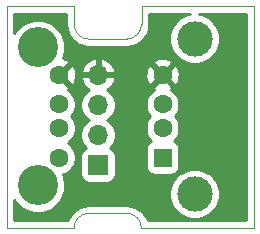
<source format=gbr>
G04 #@! TF.GenerationSoftware,KiCad,Pcbnew,(5.1.5)-3*
G04 #@! TF.CreationDate,2023-08-31T22:46:46+02:00*
G04 #@! TF.ProjectId,usb-trace-adapter,7573622d-7472-4616-9365-2d6164617074,A*
G04 #@! TF.SameCoordinates,PX57b03e0PY53d00e0*
G04 #@! TF.FileFunction,Copper,L2,Bot*
G04 #@! TF.FilePolarity,Positive*
%FSLAX46Y46*%
G04 Gerber Fmt 4.6, Leading zero omitted, Abs format (unit mm)*
G04 Created by KiCad (PCBNEW (5.1.5)-3) date 2023-08-31 22:46:46*
%MOMM*%
%LPD*%
G04 APERTURE LIST*
%ADD10C,0.050000*%
%ADD11C,1.600000*%
%ADD12R,1.600000X1.600000*%
%ADD13C,3.000000*%
%ADD14O,1.700000X1.700000*%
%ADD15R,1.700000X1.700000*%
%ADD16C,3.400000*%
%ADD17C,0.254000*%
G04 APERTURE END LIST*
D10*
X11430000Y0D02*
X20955000Y0D01*
X6985000Y1270000D02*
X10160000Y1270000D01*
X10160000Y1270000D02*
G75*
G02X11430000Y0I0J-1270000D01*
G01*
X5715000Y0D02*
G75*
G02X6985000Y1270000I1270000J0D01*
G01*
X11430000Y18796000D02*
X20955000Y18796000D01*
X11430000Y17272000D02*
X11430000Y18796000D01*
X5715000Y17272000D02*
X5715000Y18796000D01*
X10160000Y16002000D02*
X6985000Y16002000D01*
X11430000Y17272000D02*
G75*
G02X10160000Y16002000I-1270000J0D01*
G01*
X6985000Y16002000D02*
G75*
G02X5715000Y17272000I0J1270000D01*
G01*
X0Y18796000D02*
X0Y0D01*
X5715000Y18796000D02*
X0Y18796000D01*
X20955000Y0D02*
X20955000Y18796000D01*
X0Y0D02*
X5715000Y0D01*
D11*
X13208000Y12969000D03*
X13208000Y10469000D03*
X13208000Y8469000D03*
D12*
X13208000Y5969000D03*
D13*
X15918000Y2899000D03*
X15918000Y16039000D03*
D14*
X7747000Y12969000D03*
X7747000Y10429000D03*
X7747000Y7889000D03*
D15*
X7747000Y5349000D03*
D16*
X2656000Y15319000D03*
X2656000Y3619000D03*
D11*
X4456000Y12969000D03*
X4456000Y10469000D03*
X4456000Y8469000D03*
X4456000Y5969000D03*
D17*
G36*
X5055000Y17239582D02*
G01*
X5057802Y17211136D01*
X5057747Y17203318D01*
X5058646Y17194147D01*
X5084554Y16947643D01*
X5096589Y16889014D01*
X5107792Y16830284D01*
X5110456Y16821462D01*
X5183751Y16584686D01*
X5206931Y16529543D01*
X5229339Y16474080D01*
X5233665Y16465946D01*
X5233667Y16465941D01*
X5233670Y16465936D01*
X5351553Y16247914D01*
X5384988Y16198346D01*
X5417759Y16148265D01*
X5423584Y16141124D01*
X5581577Y15950144D01*
X5624012Y15908005D01*
X5665875Y15865255D01*
X5672976Y15859382D01*
X5865053Y15702727D01*
X5914875Y15669626D01*
X5964237Y15635827D01*
X5972343Y15631444D01*
X6191191Y15515081D01*
X6246479Y15492293D01*
X6301475Y15468721D01*
X6310278Y15465997D01*
X6547559Y15394357D01*
X6606246Y15382736D01*
X6664752Y15370300D01*
X6673915Y15369337D01*
X6673917Y15369337D01*
X6920595Y15345150D01*
X6920598Y15345150D01*
X6952581Y15342000D01*
X10192419Y15342000D01*
X10220865Y15344802D01*
X10228682Y15344747D01*
X10237853Y15345646D01*
X10484357Y15371554D01*
X10542986Y15383589D01*
X10601716Y15394792D01*
X10610532Y15397454D01*
X10610536Y15397455D01*
X10610539Y15397456D01*
X10847314Y15470751D01*
X10902457Y15493931D01*
X10957920Y15516339D01*
X10966054Y15520665D01*
X10966059Y15520667D01*
X10966064Y15520670D01*
X11184086Y15638553D01*
X11233654Y15671988D01*
X11283735Y15704759D01*
X11290876Y15710584D01*
X11481856Y15868577D01*
X11523995Y15911012D01*
X11566745Y15952875D01*
X11572618Y15959976D01*
X11729273Y16152053D01*
X11762374Y16201875D01*
X11796173Y16251237D01*
X11800556Y16259343D01*
X11916919Y16478191D01*
X11939707Y16533479D01*
X11963279Y16588475D01*
X11966003Y16597278D01*
X12037643Y16834559D01*
X12049264Y16893246D01*
X12061700Y16951752D01*
X12062663Y16960917D01*
X12086850Y17207595D01*
X12086850Y17207598D01*
X12090000Y17239581D01*
X12090000Y18136000D01*
X15516683Y18136000D01*
X15295244Y18091953D01*
X14906698Y17931012D01*
X14557017Y17697363D01*
X14259637Y17399983D01*
X14025988Y17050302D01*
X13865047Y16661756D01*
X13783000Y16249279D01*
X13783000Y15828721D01*
X13865047Y15416244D01*
X14025988Y15027698D01*
X14259637Y14678017D01*
X14557017Y14380637D01*
X14906698Y14146988D01*
X15295244Y13986047D01*
X15707721Y13904000D01*
X16128279Y13904000D01*
X16540756Y13986047D01*
X16929302Y14146988D01*
X17278983Y14380637D01*
X17576363Y14678017D01*
X17810012Y15027698D01*
X17970953Y15416244D01*
X18053000Y15828721D01*
X18053000Y16249279D01*
X17970953Y16661756D01*
X17810012Y17050302D01*
X17576363Y17399983D01*
X17278983Y17697363D01*
X16929302Y17931012D01*
X16540756Y18091953D01*
X16319317Y18136000D01*
X20295001Y18136000D01*
X20295000Y660000D01*
X11969704Y660000D01*
X11961249Y687314D01*
X11938074Y742445D01*
X11915661Y797920D01*
X11911334Y806056D01*
X11793446Y1024086D01*
X11760012Y1073654D01*
X11727240Y1123735D01*
X11721416Y1130876D01*
X11563423Y1321856D01*
X11520988Y1363995D01*
X11479125Y1406745D01*
X11472024Y1412619D01*
X11279946Y1569273D01*
X11230169Y1602345D01*
X11180763Y1636174D01*
X11172657Y1640556D01*
X10953809Y1756919D01*
X10898532Y1779702D01*
X10843525Y1803279D01*
X10834722Y1806003D01*
X10597441Y1877643D01*
X10538754Y1889264D01*
X10480248Y1901700D01*
X10471085Y1902663D01*
X10471083Y1902663D01*
X10224405Y1926850D01*
X10224402Y1926850D01*
X10192419Y1930000D01*
X6952581Y1930000D01*
X6924135Y1927198D01*
X6916318Y1927253D01*
X6907147Y1926354D01*
X6660644Y1900446D01*
X6602028Y1888414D01*
X6543284Y1877208D01*
X6534462Y1874544D01*
X6297686Y1801249D01*
X6242555Y1778074D01*
X6187080Y1755661D01*
X6178944Y1751334D01*
X5960914Y1633446D01*
X5911346Y1600012D01*
X5861265Y1567240D01*
X5854124Y1561416D01*
X5663144Y1403423D01*
X5621005Y1360988D01*
X5578255Y1319125D01*
X5572381Y1312024D01*
X5415727Y1119946D01*
X5382655Y1070169D01*
X5348826Y1020763D01*
X5344444Y1012657D01*
X5228081Y793809D01*
X5205298Y738532D01*
X5181721Y683525D01*
X5178997Y674722D01*
X5174552Y660000D01*
X660000Y660000D01*
X660000Y2403336D01*
X842287Y2130524D01*
X1167524Y1805287D01*
X1549963Y1549750D01*
X1974906Y1373733D01*
X2426023Y1284000D01*
X2885977Y1284000D01*
X3337094Y1373733D01*
X3762037Y1549750D01*
X4144476Y1805287D01*
X4469713Y2130524D01*
X4725250Y2512963D01*
X4901267Y2937906D01*
X4935355Y3109279D01*
X13783000Y3109279D01*
X13783000Y2688721D01*
X13865047Y2276244D01*
X14025988Y1887698D01*
X14259637Y1538017D01*
X14557017Y1240637D01*
X14906698Y1006988D01*
X15295244Y846047D01*
X15707721Y764000D01*
X16128279Y764000D01*
X16540756Y846047D01*
X16929302Y1006988D01*
X17278983Y1240637D01*
X17576363Y1538017D01*
X17810012Y1887698D01*
X17970953Y2276244D01*
X18053000Y2688721D01*
X18053000Y3109279D01*
X17970953Y3521756D01*
X17810012Y3910302D01*
X17576363Y4259983D01*
X17278983Y4557363D01*
X16929302Y4791012D01*
X16540756Y4951953D01*
X16128279Y5034000D01*
X15707721Y5034000D01*
X15295244Y4951953D01*
X14906698Y4791012D01*
X14557017Y4557363D01*
X14259637Y4259983D01*
X14025988Y3910302D01*
X13865047Y3521756D01*
X13783000Y3109279D01*
X4935355Y3109279D01*
X4991000Y3389023D01*
X4991000Y3848977D01*
X4901267Y4300094D01*
X4788620Y4572049D01*
X4874574Y4589147D01*
X5135727Y4697320D01*
X5370759Y4854363D01*
X5570637Y5054241D01*
X5727680Y5289273D01*
X5835853Y5550426D01*
X5891000Y5827665D01*
X5891000Y6110335D01*
X5873364Y6199000D01*
X6258928Y6199000D01*
X6258928Y4499000D01*
X6271188Y4374518D01*
X6307498Y4254820D01*
X6366463Y4144506D01*
X6445815Y4047815D01*
X6542506Y3968463D01*
X6652820Y3909498D01*
X6772518Y3873188D01*
X6897000Y3860928D01*
X8597000Y3860928D01*
X8721482Y3873188D01*
X8841180Y3909498D01*
X8951494Y3968463D01*
X9048185Y4047815D01*
X9127537Y4144506D01*
X9186502Y4254820D01*
X9222812Y4374518D01*
X9235072Y4499000D01*
X9235072Y6199000D01*
X9222812Y6323482D01*
X9186502Y6443180D01*
X9127537Y6553494D01*
X9048185Y6650185D01*
X8951494Y6729537D01*
X8877666Y6769000D01*
X11769928Y6769000D01*
X11769928Y5169000D01*
X11782188Y5044518D01*
X11818498Y4924820D01*
X11877463Y4814506D01*
X11956815Y4717815D01*
X12053506Y4638463D01*
X12163820Y4579498D01*
X12283518Y4543188D01*
X12408000Y4530928D01*
X14008000Y4530928D01*
X14132482Y4543188D01*
X14252180Y4579498D01*
X14362494Y4638463D01*
X14459185Y4717815D01*
X14538537Y4814506D01*
X14597502Y4924820D01*
X14633812Y5044518D01*
X14646072Y5169000D01*
X14646072Y6769000D01*
X14633812Y6893482D01*
X14597502Y7013180D01*
X14538537Y7123494D01*
X14459185Y7220185D01*
X14362494Y7299537D01*
X14252180Y7358502D01*
X14156057Y7387661D01*
X14322637Y7554241D01*
X14479680Y7789273D01*
X14587853Y8050426D01*
X14643000Y8327665D01*
X14643000Y8610335D01*
X14587853Y8887574D01*
X14479680Y9148727D01*
X14322637Y9383759D01*
X14237396Y9469000D01*
X14322637Y9554241D01*
X14479680Y9789273D01*
X14587853Y10050426D01*
X14643000Y10327665D01*
X14643000Y10610335D01*
X14587853Y10887574D01*
X14479680Y11148727D01*
X14322637Y11383759D01*
X14122759Y11583637D01*
X13922131Y11717692D01*
X13949514Y11732329D01*
X14021097Y11976298D01*
X13208000Y12789395D01*
X12394903Y11976298D01*
X12466486Y11732329D01*
X12495341Y11718676D01*
X12293241Y11583637D01*
X12093363Y11383759D01*
X11936320Y11148727D01*
X11828147Y10887574D01*
X11773000Y10610335D01*
X11773000Y10327665D01*
X11828147Y10050426D01*
X11936320Y9789273D01*
X12093363Y9554241D01*
X12178604Y9469000D01*
X12093363Y9383759D01*
X11936320Y9148727D01*
X11828147Y8887574D01*
X11773000Y8610335D01*
X11773000Y8327665D01*
X11828147Y8050426D01*
X11936320Y7789273D01*
X12093363Y7554241D01*
X12259943Y7387661D01*
X12163820Y7358502D01*
X12053506Y7299537D01*
X11956815Y7220185D01*
X11877463Y7123494D01*
X11818498Y7013180D01*
X11782188Y6893482D01*
X11769928Y6769000D01*
X8877666Y6769000D01*
X8841180Y6788502D01*
X8768620Y6810513D01*
X8900475Y6942368D01*
X9062990Y7185589D01*
X9174932Y7455842D01*
X9232000Y7742740D01*
X9232000Y8035260D01*
X9174932Y8322158D01*
X9062990Y8592411D01*
X8900475Y8835632D01*
X8693632Y9042475D01*
X8519240Y9159000D01*
X8693632Y9275525D01*
X8900475Y9482368D01*
X9062990Y9725589D01*
X9174932Y9995842D01*
X9232000Y10282740D01*
X9232000Y10575260D01*
X9174932Y10862158D01*
X9062990Y11132411D01*
X8900475Y11375632D01*
X8693632Y11582475D01*
X8511466Y11704195D01*
X8628355Y11773822D01*
X8844588Y11968731D01*
X9018641Y12202080D01*
X9143825Y12464901D01*
X9188476Y12612110D01*
X9067155Y12842000D01*
X7874000Y12842000D01*
X7874000Y12822000D01*
X7620000Y12822000D01*
X7620000Y12842000D01*
X6426845Y12842000D01*
X6305524Y12612110D01*
X6350175Y12464901D01*
X6475359Y12202080D01*
X6649412Y11968731D01*
X6865645Y11773822D01*
X6982534Y11704195D01*
X6800368Y11582475D01*
X6593525Y11375632D01*
X6431010Y11132411D01*
X6319068Y10862158D01*
X6262000Y10575260D01*
X6262000Y10282740D01*
X6319068Y9995842D01*
X6431010Y9725589D01*
X6593525Y9482368D01*
X6800368Y9275525D01*
X6974760Y9159000D01*
X6800368Y9042475D01*
X6593525Y8835632D01*
X6431010Y8592411D01*
X6319068Y8322158D01*
X6262000Y8035260D01*
X6262000Y7742740D01*
X6319068Y7455842D01*
X6431010Y7185589D01*
X6593525Y6942368D01*
X6725380Y6810513D01*
X6652820Y6788502D01*
X6542506Y6729537D01*
X6445815Y6650185D01*
X6366463Y6553494D01*
X6307498Y6443180D01*
X6271188Y6323482D01*
X6258928Y6199000D01*
X5873364Y6199000D01*
X5835853Y6387574D01*
X5727680Y6648727D01*
X5570637Y6883759D01*
X5370759Y7083637D01*
X5168173Y7219000D01*
X5370759Y7354363D01*
X5570637Y7554241D01*
X5727680Y7789273D01*
X5835853Y8050426D01*
X5891000Y8327665D01*
X5891000Y8610335D01*
X5835853Y8887574D01*
X5727680Y9148727D01*
X5570637Y9383759D01*
X5485396Y9469000D01*
X5570637Y9554241D01*
X5727680Y9789273D01*
X5835853Y10050426D01*
X5891000Y10327665D01*
X5891000Y10610335D01*
X5835853Y10887574D01*
X5727680Y11148727D01*
X5570637Y11383759D01*
X5370759Y11583637D01*
X5170131Y11717692D01*
X5197514Y11732329D01*
X5269097Y11976298D01*
X4456000Y12789395D01*
X4441858Y12775252D01*
X4262253Y12954857D01*
X4276395Y12969000D01*
X4635605Y12969000D01*
X5448702Y12155903D01*
X5692671Y12227486D01*
X5813571Y12482996D01*
X5882300Y12757184D01*
X5889265Y12898488D01*
X11767783Y12898488D01*
X11809213Y12618870D01*
X11904397Y12352708D01*
X11971329Y12227486D01*
X12215298Y12155903D01*
X13028395Y12969000D01*
X13387605Y12969000D01*
X14200702Y12155903D01*
X14444671Y12227486D01*
X14565571Y12482996D01*
X14634300Y12757184D01*
X14648217Y13039512D01*
X14606787Y13319130D01*
X14511603Y13585292D01*
X14444671Y13710514D01*
X14200702Y13782097D01*
X13387605Y12969000D01*
X13028395Y12969000D01*
X12215298Y13782097D01*
X11971329Y13710514D01*
X11850429Y13455004D01*
X11781700Y13180816D01*
X11767783Y12898488D01*
X5889265Y12898488D01*
X5896217Y13039512D01*
X5854787Y13319130D01*
X5852370Y13325890D01*
X6305524Y13325890D01*
X6426845Y13096000D01*
X7620000Y13096000D01*
X7620000Y14289814D01*
X7874000Y14289814D01*
X7874000Y13096000D01*
X9067155Y13096000D01*
X9188476Y13325890D01*
X9143825Y13473099D01*
X9018641Y13735920D01*
X8850233Y13961702D01*
X12394903Y13961702D01*
X13208000Y13148605D01*
X14021097Y13961702D01*
X13949514Y14205671D01*
X13694004Y14326571D01*
X13419816Y14395300D01*
X13137488Y14409217D01*
X12857870Y14367787D01*
X12591708Y14272603D01*
X12466486Y14205671D01*
X12394903Y13961702D01*
X8850233Y13961702D01*
X8844588Y13969269D01*
X8628355Y14164178D01*
X8378252Y14313157D01*
X8103891Y14410481D01*
X7874000Y14289814D01*
X7620000Y14289814D01*
X7390109Y14410481D01*
X7115748Y14313157D01*
X6865645Y14164178D01*
X6649412Y13969269D01*
X6475359Y13735920D01*
X6350175Y13473099D01*
X6305524Y13325890D01*
X5852370Y13325890D01*
X5759603Y13585292D01*
X5692671Y13710514D01*
X5448702Y13782097D01*
X4635605Y12969000D01*
X4276395Y12969000D01*
X4262253Y12983142D01*
X4441858Y13162747D01*
X4456000Y13148605D01*
X5269097Y13961702D01*
X5197514Y14205671D01*
X4942004Y14326571D01*
X4788270Y14365107D01*
X4901267Y14637906D01*
X4991000Y15089023D01*
X4991000Y15548977D01*
X4901267Y16000094D01*
X4725250Y16425037D01*
X4469713Y16807476D01*
X4144476Y17132713D01*
X3762037Y17388250D01*
X3337094Y17564267D01*
X2885977Y17654000D01*
X2426023Y17654000D01*
X1974906Y17564267D01*
X1549963Y17388250D01*
X1167524Y17132713D01*
X842287Y16807476D01*
X660000Y16534664D01*
X660000Y18136000D01*
X5055001Y18136000D01*
X5055000Y17239582D01*
G37*
X5055000Y17239582D02*
X5057802Y17211136D01*
X5057747Y17203318D01*
X5058646Y17194147D01*
X5084554Y16947643D01*
X5096589Y16889014D01*
X5107792Y16830284D01*
X5110456Y16821462D01*
X5183751Y16584686D01*
X5206931Y16529543D01*
X5229339Y16474080D01*
X5233665Y16465946D01*
X5233667Y16465941D01*
X5233670Y16465936D01*
X5351553Y16247914D01*
X5384988Y16198346D01*
X5417759Y16148265D01*
X5423584Y16141124D01*
X5581577Y15950144D01*
X5624012Y15908005D01*
X5665875Y15865255D01*
X5672976Y15859382D01*
X5865053Y15702727D01*
X5914875Y15669626D01*
X5964237Y15635827D01*
X5972343Y15631444D01*
X6191191Y15515081D01*
X6246479Y15492293D01*
X6301475Y15468721D01*
X6310278Y15465997D01*
X6547559Y15394357D01*
X6606246Y15382736D01*
X6664752Y15370300D01*
X6673915Y15369337D01*
X6673917Y15369337D01*
X6920595Y15345150D01*
X6920598Y15345150D01*
X6952581Y15342000D01*
X10192419Y15342000D01*
X10220865Y15344802D01*
X10228682Y15344747D01*
X10237853Y15345646D01*
X10484357Y15371554D01*
X10542986Y15383589D01*
X10601716Y15394792D01*
X10610532Y15397454D01*
X10610536Y15397455D01*
X10610539Y15397456D01*
X10847314Y15470751D01*
X10902457Y15493931D01*
X10957920Y15516339D01*
X10966054Y15520665D01*
X10966059Y15520667D01*
X10966064Y15520670D01*
X11184086Y15638553D01*
X11233654Y15671988D01*
X11283735Y15704759D01*
X11290876Y15710584D01*
X11481856Y15868577D01*
X11523995Y15911012D01*
X11566745Y15952875D01*
X11572618Y15959976D01*
X11729273Y16152053D01*
X11762374Y16201875D01*
X11796173Y16251237D01*
X11800556Y16259343D01*
X11916919Y16478191D01*
X11939707Y16533479D01*
X11963279Y16588475D01*
X11966003Y16597278D01*
X12037643Y16834559D01*
X12049264Y16893246D01*
X12061700Y16951752D01*
X12062663Y16960917D01*
X12086850Y17207595D01*
X12086850Y17207598D01*
X12090000Y17239581D01*
X12090000Y18136000D01*
X15516683Y18136000D01*
X15295244Y18091953D01*
X14906698Y17931012D01*
X14557017Y17697363D01*
X14259637Y17399983D01*
X14025988Y17050302D01*
X13865047Y16661756D01*
X13783000Y16249279D01*
X13783000Y15828721D01*
X13865047Y15416244D01*
X14025988Y15027698D01*
X14259637Y14678017D01*
X14557017Y14380637D01*
X14906698Y14146988D01*
X15295244Y13986047D01*
X15707721Y13904000D01*
X16128279Y13904000D01*
X16540756Y13986047D01*
X16929302Y14146988D01*
X17278983Y14380637D01*
X17576363Y14678017D01*
X17810012Y15027698D01*
X17970953Y15416244D01*
X18053000Y15828721D01*
X18053000Y16249279D01*
X17970953Y16661756D01*
X17810012Y17050302D01*
X17576363Y17399983D01*
X17278983Y17697363D01*
X16929302Y17931012D01*
X16540756Y18091953D01*
X16319317Y18136000D01*
X20295001Y18136000D01*
X20295000Y660000D01*
X11969704Y660000D01*
X11961249Y687314D01*
X11938074Y742445D01*
X11915661Y797920D01*
X11911334Y806056D01*
X11793446Y1024086D01*
X11760012Y1073654D01*
X11727240Y1123735D01*
X11721416Y1130876D01*
X11563423Y1321856D01*
X11520988Y1363995D01*
X11479125Y1406745D01*
X11472024Y1412619D01*
X11279946Y1569273D01*
X11230169Y1602345D01*
X11180763Y1636174D01*
X11172657Y1640556D01*
X10953809Y1756919D01*
X10898532Y1779702D01*
X10843525Y1803279D01*
X10834722Y1806003D01*
X10597441Y1877643D01*
X10538754Y1889264D01*
X10480248Y1901700D01*
X10471085Y1902663D01*
X10471083Y1902663D01*
X10224405Y1926850D01*
X10224402Y1926850D01*
X10192419Y1930000D01*
X6952581Y1930000D01*
X6924135Y1927198D01*
X6916318Y1927253D01*
X6907147Y1926354D01*
X6660644Y1900446D01*
X6602028Y1888414D01*
X6543284Y1877208D01*
X6534462Y1874544D01*
X6297686Y1801249D01*
X6242555Y1778074D01*
X6187080Y1755661D01*
X6178944Y1751334D01*
X5960914Y1633446D01*
X5911346Y1600012D01*
X5861265Y1567240D01*
X5854124Y1561416D01*
X5663144Y1403423D01*
X5621005Y1360988D01*
X5578255Y1319125D01*
X5572381Y1312024D01*
X5415727Y1119946D01*
X5382655Y1070169D01*
X5348826Y1020763D01*
X5344444Y1012657D01*
X5228081Y793809D01*
X5205298Y738532D01*
X5181721Y683525D01*
X5178997Y674722D01*
X5174552Y660000D01*
X660000Y660000D01*
X660000Y2403336D01*
X842287Y2130524D01*
X1167524Y1805287D01*
X1549963Y1549750D01*
X1974906Y1373733D01*
X2426023Y1284000D01*
X2885977Y1284000D01*
X3337094Y1373733D01*
X3762037Y1549750D01*
X4144476Y1805287D01*
X4469713Y2130524D01*
X4725250Y2512963D01*
X4901267Y2937906D01*
X4935355Y3109279D01*
X13783000Y3109279D01*
X13783000Y2688721D01*
X13865047Y2276244D01*
X14025988Y1887698D01*
X14259637Y1538017D01*
X14557017Y1240637D01*
X14906698Y1006988D01*
X15295244Y846047D01*
X15707721Y764000D01*
X16128279Y764000D01*
X16540756Y846047D01*
X16929302Y1006988D01*
X17278983Y1240637D01*
X17576363Y1538017D01*
X17810012Y1887698D01*
X17970953Y2276244D01*
X18053000Y2688721D01*
X18053000Y3109279D01*
X17970953Y3521756D01*
X17810012Y3910302D01*
X17576363Y4259983D01*
X17278983Y4557363D01*
X16929302Y4791012D01*
X16540756Y4951953D01*
X16128279Y5034000D01*
X15707721Y5034000D01*
X15295244Y4951953D01*
X14906698Y4791012D01*
X14557017Y4557363D01*
X14259637Y4259983D01*
X14025988Y3910302D01*
X13865047Y3521756D01*
X13783000Y3109279D01*
X4935355Y3109279D01*
X4991000Y3389023D01*
X4991000Y3848977D01*
X4901267Y4300094D01*
X4788620Y4572049D01*
X4874574Y4589147D01*
X5135727Y4697320D01*
X5370759Y4854363D01*
X5570637Y5054241D01*
X5727680Y5289273D01*
X5835853Y5550426D01*
X5891000Y5827665D01*
X5891000Y6110335D01*
X5873364Y6199000D01*
X6258928Y6199000D01*
X6258928Y4499000D01*
X6271188Y4374518D01*
X6307498Y4254820D01*
X6366463Y4144506D01*
X6445815Y4047815D01*
X6542506Y3968463D01*
X6652820Y3909498D01*
X6772518Y3873188D01*
X6897000Y3860928D01*
X8597000Y3860928D01*
X8721482Y3873188D01*
X8841180Y3909498D01*
X8951494Y3968463D01*
X9048185Y4047815D01*
X9127537Y4144506D01*
X9186502Y4254820D01*
X9222812Y4374518D01*
X9235072Y4499000D01*
X9235072Y6199000D01*
X9222812Y6323482D01*
X9186502Y6443180D01*
X9127537Y6553494D01*
X9048185Y6650185D01*
X8951494Y6729537D01*
X8877666Y6769000D01*
X11769928Y6769000D01*
X11769928Y5169000D01*
X11782188Y5044518D01*
X11818498Y4924820D01*
X11877463Y4814506D01*
X11956815Y4717815D01*
X12053506Y4638463D01*
X12163820Y4579498D01*
X12283518Y4543188D01*
X12408000Y4530928D01*
X14008000Y4530928D01*
X14132482Y4543188D01*
X14252180Y4579498D01*
X14362494Y4638463D01*
X14459185Y4717815D01*
X14538537Y4814506D01*
X14597502Y4924820D01*
X14633812Y5044518D01*
X14646072Y5169000D01*
X14646072Y6769000D01*
X14633812Y6893482D01*
X14597502Y7013180D01*
X14538537Y7123494D01*
X14459185Y7220185D01*
X14362494Y7299537D01*
X14252180Y7358502D01*
X14156057Y7387661D01*
X14322637Y7554241D01*
X14479680Y7789273D01*
X14587853Y8050426D01*
X14643000Y8327665D01*
X14643000Y8610335D01*
X14587853Y8887574D01*
X14479680Y9148727D01*
X14322637Y9383759D01*
X14237396Y9469000D01*
X14322637Y9554241D01*
X14479680Y9789273D01*
X14587853Y10050426D01*
X14643000Y10327665D01*
X14643000Y10610335D01*
X14587853Y10887574D01*
X14479680Y11148727D01*
X14322637Y11383759D01*
X14122759Y11583637D01*
X13922131Y11717692D01*
X13949514Y11732329D01*
X14021097Y11976298D01*
X13208000Y12789395D01*
X12394903Y11976298D01*
X12466486Y11732329D01*
X12495341Y11718676D01*
X12293241Y11583637D01*
X12093363Y11383759D01*
X11936320Y11148727D01*
X11828147Y10887574D01*
X11773000Y10610335D01*
X11773000Y10327665D01*
X11828147Y10050426D01*
X11936320Y9789273D01*
X12093363Y9554241D01*
X12178604Y9469000D01*
X12093363Y9383759D01*
X11936320Y9148727D01*
X11828147Y8887574D01*
X11773000Y8610335D01*
X11773000Y8327665D01*
X11828147Y8050426D01*
X11936320Y7789273D01*
X12093363Y7554241D01*
X12259943Y7387661D01*
X12163820Y7358502D01*
X12053506Y7299537D01*
X11956815Y7220185D01*
X11877463Y7123494D01*
X11818498Y7013180D01*
X11782188Y6893482D01*
X11769928Y6769000D01*
X8877666Y6769000D01*
X8841180Y6788502D01*
X8768620Y6810513D01*
X8900475Y6942368D01*
X9062990Y7185589D01*
X9174932Y7455842D01*
X9232000Y7742740D01*
X9232000Y8035260D01*
X9174932Y8322158D01*
X9062990Y8592411D01*
X8900475Y8835632D01*
X8693632Y9042475D01*
X8519240Y9159000D01*
X8693632Y9275525D01*
X8900475Y9482368D01*
X9062990Y9725589D01*
X9174932Y9995842D01*
X9232000Y10282740D01*
X9232000Y10575260D01*
X9174932Y10862158D01*
X9062990Y11132411D01*
X8900475Y11375632D01*
X8693632Y11582475D01*
X8511466Y11704195D01*
X8628355Y11773822D01*
X8844588Y11968731D01*
X9018641Y12202080D01*
X9143825Y12464901D01*
X9188476Y12612110D01*
X9067155Y12842000D01*
X7874000Y12842000D01*
X7874000Y12822000D01*
X7620000Y12822000D01*
X7620000Y12842000D01*
X6426845Y12842000D01*
X6305524Y12612110D01*
X6350175Y12464901D01*
X6475359Y12202080D01*
X6649412Y11968731D01*
X6865645Y11773822D01*
X6982534Y11704195D01*
X6800368Y11582475D01*
X6593525Y11375632D01*
X6431010Y11132411D01*
X6319068Y10862158D01*
X6262000Y10575260D01*
X6262000Y10282740D01*
X6319068Y9995842D01*
X6431010Y9725589D01*
X6593525Y9482368D01*
X6800368Y9275525D01*
X6974760Y9159000D01*
X6800368Y9042475D01*
X6593525Y8835632D01*
X6431010Y8592411D01*
X6319068Y8322158D01*
X6262000Y8035260D01*
X6262000Y7742740D01*
X6319068Y7455842D01*
X6431010Y7185589D01*
X6593525Y6942368D01*
X6725380Y6810513D01*
X6652820Y6788502D01*
X6542506Y6729537D01*
X6445815Y6650185D01*
X6366463Y6553494D01*
X6307498Y6443180D01*
X6271188Y6323482D01*
X6258928Y6199000D01*
X5873364Y6199000D01*
X5835853Y6387574D01*
X5727680Y6648727D01*
X5570637Y6883759D01*
X5370759Y7083637D01*
X5168173Y7219000D01*
X5370759Y7354363D01*
X5570637Y7554241D01*
X5727680Y7789273D01*
X5835853Y8050426D01*
X5891000Y8327665D01*
X5891000Y8610335D01*
X5835853Y8887574D01*
X5727680Y9148727D01*
X5570637Y9383759D01*
X5485396Y9469000D01*
X5570637Y9554241D01*
X5727680Y9789273D01*
X5835853Y10050426D01*
X5891000Y10327665D01*
X5891000Y10610335D01*
X5835853Y10887574D01*
X5727680Y11148727D01*
X5570637Y11383759D01*
X5370759Y11583637D01*
X5170131Y11717692D01*
X5197514Y11732329D01*
X5269097Y11976298D01*
X4456000Y12789395D01*
X4441858Y12775252D01*
X4262253Y12954857D01*
X4276395Y12969000D01*
X4635605Y12969000D01*
X5448702Y12155903D01*
X5692671Y12227486D01*
X5813571Y12482996D01*
X5882300Y12757184D01*
X5889265Y12898488D01*
X11767783Y12898488D01*
X11809213Y12618870D01*
X11904397Y12352708D01*
X11971329Y12227486D01*
X12215298Y12155903D01*
X13028395Y12969000D01*
X13387605Y12969000D01*
X14200702Y12155903D01*
X14444671Y12227486D01*
X14565571Y12482996D01*
X14634300Y12757184D01*
X14648217Y13039512D01*
X14606787Y13319130D01*
X14511603Y13585292D01*
X14444671Y13710514D01*
X14200702Y13782097D01*
X13387605Y12969000D01*
X13028395Y12969000D01*
X12215298Y13782097D01*
X11971329Y13710514D01*
X11850429Y13455004D01*
X11781700Y13180816D01*
X11767783Y12898488D01*
X5889265Y12898488D01*
X5896217Y13039512D01*
X5854787Y13319130D01*
X5852370Y13325890D01*
X6305524Y13325890D01*
X6426845Y13096000D01*
X7620000Y13096000D01*
X7620000Y14289814D01*
X7874000Y14289814D01*
X7874000Y13096000D01*
X9067155Y13096000D01*
X9188476Y13325890D01*
X9143825Y13473099D01*
X9018641Y13735920D01*
X8850233Y13961702D01*
X12394903Y13961702D01*
X13208000Y13148605D01*
X14021097Y13961702D01*
X13949514Y14205671D01*
X13694004Y14326571D01*
X13419816Y14395300D01*
X13137488Y14409217D01*
X12857870Y14367787D01*
X12591708Y14272603D01*
X12466486Y14205671D01*
X12394903Y13961702D01*
X8850233Y13961702D01*
X8844588Y13969269D01*
X8628355Y14164178D01*
X8378252Y14313157D01*
X8103891Y14410481D01*
X7874000Y14289814D01*
X7620000Y14289814D01*
X7390109Y14410481D01*
X7115748Y14313157D01*
X6865645Y14164178D01*
X6649412Y13969269D01*
X6475359Y13735920D01*
X6350175Y13473099D01*
X6305524Y13325890D01*
X5852370Y13325890D01*
X5759603Y13585292D01*
X5692671Y13710514D01*
X5448702Y13782097D01*
X4635605Y12969000D01*
X4276395Y12969000D01*
X4262253Y12983142D01*
X4441858Y13162747D01*
X4456000Y13148605D01*
X5269097Y13961702D01*
X5197514Y14205671D01*
X4942004Y14326571D01*
X4788270Y14365107D01*
X4901267Y14637906D01*
X4991000Y15089023D01*
X4991000Y15548977D01*
X4901267Y16000094D01*
X4725250Y16425037D01*
X4469713Y16807476D01*
X4144476Y17132713D01*
X3762037Y17388250D01*
X3337094Y17564267D01*
X2885977Y17654000D01*
X2426023Y17654000D01*
X1974906Y17564267D01*
X1549963Y17388250D01*
X1167524Y17132713D01*
X842287Y16807476D01*
X660000Y16534664D01*
X660000Y18136000D01*
X5055001Y18136000D01*
X5055000Y17239582D01*
M02*

</source>
